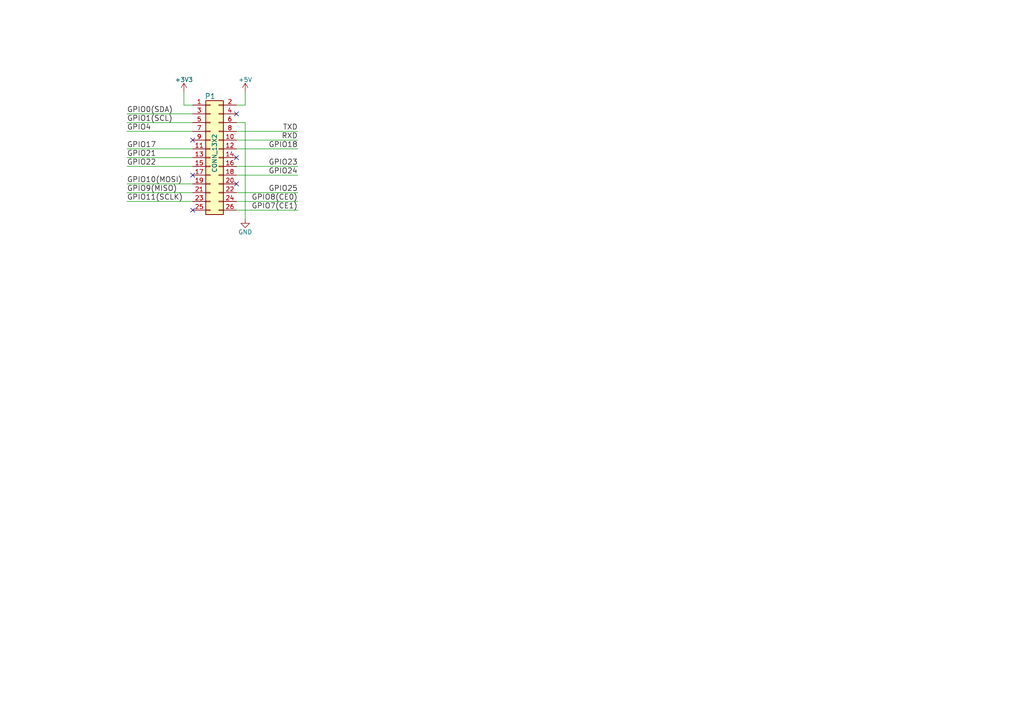
<source format=kicad_sch>
(kicad_sch (version 20230121) (generator eeschema)
  (paper "A4")
  (title_block (date "15 nov 2012"))
  (lib_symbols
    (symbol "Connector_Generic:Conn_02x13_Odd_Even" (pin_names (offset 1.016) hide)
      (property "Reference" "J" (at 1.27 17.78 0))
      (property "Value" "Conn_02x13_Odd_Even" (at 1.27 -17.78 0))
      (symbol "Conn_02x13_Odd_Even_1_1"
        (rectangle (start -1.27 -15.113) (end 0 -15.367) (stroke (width 0.1524)))
        (rectangle (start -1.27 -12.573) (end 0 -12.827) (stroke (width 0.1524)))
        (rectangle (start -1.27 -10.033) (end 0 -10.287) (stroke (width 0.1524)))
        (rectangle (start -1.27 -7.493) (end 0 -7.747) (stroke (width 0.1524)))
        (rectangle (start -1.27 -4.953) (end 0 -5.207) (stroke (width 0.1524)))
        (rectangle (start -1.27 -2.413) (end 0 -2.667) (stroke (width 0.1524)))
        (rectangle (start -1.27 0.127) (end 0 -0.127) (stroke (width 0.1524)))
        (rectangle (start -1.27 2.667) (end 0 2.413) (stroke (width 0.1524)))
        (rectangle (start -1.27 5.207) (end 0 4.953) (stroke (width 0.1524)))
        (rectangle (start -1.27 7.747) (end 0 7.493) (stroke (width 0.1524)))
        (rectangle (start -1.27 10.287) (end 0 10.033) (stroke (width 0.1524)))
        (rectangle (start -1.27 12.827) (end 0 12.573) (stroke (width 0.1524)))
        (rectangle (start -1.27 15.367) (end 0 15.113) (stroke (width 0.1524)))
        (rectangle (start -1.27 16.51) (end 3.81 -16.51) (stroke (width 0.254)) (fill (type background)))
        (rectangle (start 3.81 -15.113) (end 2.54 -15.367) (stroke (width 0.1524)))
        (rectangle (start 3.81 -12.573) (end 2.54 -12.827) (stroke (width 0.1524)))
        (rectangle (start 3.81 -10.033) (end 2.54 -10.287) (stroke (width 0.1524)))
        (rectangle (start 3.81 -7.493) (end 2.54 -7.747) (stroke (width 0.1524)))
        (rectangle (start 3.81 -4.953) (end 2.54 -5.207) (stroke (width 0.1524)))
        (rectangle (start 3.81 -2.413) (end 2.54 -2.667) (stroke (width 0.1524)))
        (rectangle (start 3.81 0.127) (end 2.54 -0.127) (stroke (width 0.1524)))
        (rectangle (start 3.81 2.667) (end 2.54 2.413) (stroke (width 0.1524)))
        (rectangle (start 3.81 5.207) (end 2.54 4.953) (stroke (width 0.1524)))
        (rectangle (start 3.81 7.747) (end 2.54 7.493) (stroke (width 0.1524)))
        (rectangle (start 3.81 10.287) (end 2.54 10.033) (stroke (width 0.1524)))
        (rectangle (start 3.81 12.827) (end 2.54 12.573) (stroke (width 0.1524)))
        (rectangle (start 3.81 15.367) (end 2.54 15.113) (stroke (width 0.1524)))
        (pin passive line (at -5.08 15.24 0) (length 3.81) (name "Pin_1") (number "1"))
        (pin passive line (at 7.62 5.08 180) (length 3.81) (name "Pin_10") (number "10"))
        (pin passive line (at -5.08 2.54 0) (length 3.81) (name "Pin_11") (number "11"))
        (pin passive line (at 7.62 2.54 180) (length 3.81) (name "Pin_12") (number "12"))
        (pin passive line (at -5.08 0 0) (length 3.81) (name "Pin_13") (number "13"))
        (pin passive line (at 7.62 0 180) (length 3.81) (name "Pin_14") (number "14"))
        (pin passive line (at -5.08 -2.54 0) (length 3.81) (name "Pin_15") (number "15"))
        (pin passive line (at 7.62 -2.54 180) (length 3.81) (name "Pin_16") (number "16"))
        (pin passive line (at -5.08 -5.08 0) (length 3.81) (name "Pin_17") (number "17"))
        (pin passive line (at 7.62 -5.08 180) (length 3.81) (name "Pin_18") (number "18"))
        (pin passive line (at -5.08 -7.62 0) (length 3.81) (name "Pin_19") (number "19"))
        (pin passive line (at 7.62 15.24 180) (length 3.81) (name "Pin_2") (number "2"))
        (pin passive line (at 7.62 -7.62 180) (length 3.81) (name "Pin_20") (number "20"))
        (pin passive line (at -5.08 -10.16 0) (length 3.81) (name "Pin_21") (number "21"))
        (pin passive line (at 7.62 -10.16 180) (length 3.81) (name "Pin_22") (number "22"))
        (pin passive line (at -5.08 -12.7 0) (length 3.81) (name "Pin_23") (number "23"))
        (pin passive line (at 7.62 -12.7 180) (length 3.81) (name "Pin_24") (number "24"))
        (pin passive line (at -5.08 -15.24 0) (length 3.81) (name "Pin_25") (number "25"))
        (pin passive line (at 7.62 -15.24 180) (length 3.81) (name "Pin_26") (number "26"))
        (pin passive line (at -5.08 12.7 0) (length 3.81) (name "Pin_3") (number "3"))
        (pin passive line (at 7.62 12.7 180) (length 3.81) (name "Pin_4") (number "4"))
        (pin passive line (at -5.08 10.16 0) (length 3.81) (name "Pin_5") (number "5"))
        (pin passive line (at 7.62 10.16 180) (length 3.81) (name "Pin_6") (number "6"))
        (pin passive line (at -5.08 7.62 0) (length 3.81) (name "Pin_7") (number "7"))
        (pin passive line (at 7.62 7.62 180) (length 3.81) (name "Pin_8") (number "8"))
        (pin passive line (at -5.08 5.08 0) (length 3.81) (name "Pin_9") (number "9"))
      )
    )
    (symbol "power:+3V3" (power) (pin_names (offset 0))
      (property "Value" "+3V3" (at 0 3.556 0))
      (symbol "+3V3_0_1"
        (polyline (pts (xy -0.762 1.27) (xy 0 2.54)))
        (polyline (pts (xy 0 0) (xy 0 2.54)))
        (polyline (pts (xy 0 2.54) (xy 0.762 1.27)))
      )
      (symbol "+3V3_1_1"
        (pin power_in line (at 0 0 90) (length 0) hide (name "+3V3") (number "1"))
      )
    )
    (symbol "power:+5V" (power) (pin_names (offset 0))
      (property "Value" "+5V" (at 0 3.556 0))
      (symbol "+5V_0_1"
        (polyline (pts (xy -0.762 1.27) (xy 0 2.54)))
        (polyline (pts (xy 0 0) (xy 0 2.54)))
        (polyline (pts (xy 0 2.54) (xy 0.762 1.27)))
      )
      (symbol "+5V_1_1"
        (pin power_in line (at 0 0 90) (length 0) hide (name "+5V") (number "1"))
      )
    )
    (symbol "power:GND" (power) (pin_names (offset 0))
      (property "Value" "GND" (at 0 -3.81 0))
      (symbol "GND_0_1"
        (polyline (pts (xy 0 0) (xy 0 -1.27) (xy 1.27 -1.27) (xy 0 -2.54) (xy -1.27 -1.27) (xy 0 -1.27)))
      )
      (symbol "GND_1_1"
        (pin power_in line (at 0 0 270) (length 0) hide (name "GND") (number "1"))
      )
    )
  )
  (no_connect (at 68.58 45.72))
  (no_connect (at 68.58 33.02))
  (no_connect (at 55.88 40.64))
  (no_connect (at 68.58 53.34))
  (no_connect (at 55.88 60.96))
  (no_connect (at 55.88 50.8))
  (wire (pts (xy 55.88 38.1) (xy 36.83 38.1)))
  (wire (pts (xy 55.88 35.56) (xy 36.83 35.56)))
  (wire (pts (xy 68.58 38.1) (xy 86.36 38.1)))
  (wire (pts (xy 71.12 26.67) (xy 71.12 30.48)))
  (wire (pts (xy 55.88 43.18) (xy 36.83 43.18)))
  (wire (pts (xy 68.58 55.88) (xy 86.36 55.88)))
  (wire (pts (xy 68.58 40.64) (xy 86.36 40.64)))
  (wire (pts (xy 71.12 35.56) (xy 68.58 35.56)))
  (wire (pts (xy 55.88 58.42) (xy 36.83 58.42)))
  (wire (pts (xy 68.58 50.8) (xy 86.36 50.8)))
  (wire (pts (xy 68.58 48.26) (xy 86.36 48.26)))
  (wire (pts (xy 53.34 30.48) (xy 55.88 30.48)))
  (wire (pts (xy 68.58 58.42) (xy 86.36 58.42)))
  (wire (pts (xy 53.34 26.67) (xy 53.34 30.48)))
  (wire (pts (xy 68.58 60.96) (xy 86.36 60.96)))
  (wire (pts (xy 55.88 53.34) (xy 36.83 53.34)))
  (wire (pts (xy 71.12 30.48) (xy 68.58 30.48)))
  (wire (pts (xy 55.88 48.26) (xy 36.83 48.26)))
  (wire (pts (xy 55.88 33.02) (xy 36.83 33.02)))
  (wire (pts (xy 68.58 43.18) (xy 86.36 43.18)))
  (wire (pts (xy 55.88 45.72) (xy 36.83 45.72)))
  (wire (pts (xy 55.88 55.88) (xy 36.83 55.88)))
  (wire (pts (xy 71.12 63.5) (xy 71.12 35.56)))
  (label "GPIO22" (at 36.83 48.26 0) (effects (font (size 1.524 1.524))))
  (label "GPIO7(CE1)" (at 86.36 60.96 180) (effects (font (size 1.524 1.524))))
  (label "GPIO10(MOSI)" (at 36.83 53.34 0) (effects (font (size 1.524 1.524))))
  (label "GPIO0(SDA)" (at 36.83 33.02 0) (effects (font (size 1.524 1.524))))
  (label "GPIO17" (at 36.83 43.18 0) (effects (font (size 1.524 1.524))))
  (label "GPIO24" (at 86.36 50.8 180) (effects (font (size 1.524 1.524))))
  (label "GPIO18" (at 86.36 43.18 180) (effects (font (size 1.524 1.524))))
  (label "GPIO4" (at 36.83 38.1 0) (effects (font (size 1.524 1.524))))
  (label "RXD" (at 86.36 40.64 180) (effects (font (size 1.524 1.524))))
  (label "GPIO23" (at 86.36 48.26 180) (effects (font (size 1.524 1.524))))
  (label "GPIO8(CE0)" (at 86.36 58.42 180) (effects (font (size 1.524 1.524))))
  (label "GPIO25" (at 86.36 55.88 180) (effects (font (size 1.524 1.524))))
  (label "GPIO9(MISO)" (at 36.83 55.88 0) (effects (font (size 1.524 1.524))))
  (label "TXD" (at 86.36 38.1 180) (effects (font (size 1.524 1.524))))
  (label "GPIO21" (at 36.83 45.72 0) (effects (font (size 1.524 1.524))))
  (label "GPIO11(SCLK)" (at 36.83 58.42 0) (effects (font (size 1.524 1.524))))
  (label "GPIO1(SCL)" (at 36.83 35.56 0) (effects (font (size 1.524 1.524))))
  (symbol (lib_id "Connector_Generic:Conn_02x13_Odd_Even") (at 60.96 45.72 0) (unit 1)
    (property "Reference" "P1" (at 60.96 27.94 0) (effects (font (size 1.524 1.524))))
    (property "Value" "CONN_13X2" (at 62.23 44.45 90))
    (property "Footprint" "Connector_PinHeader_2.54mm:PinHeader_2x13_P2.54mm_Vertical" (effects hide))
  )
  (symbol (lib_id "power:+3V3") (at 53.34 26.67 0) (unit 1)
    (property "Reference" "#PWR01" (effects hide))
    (property "Value" "+3.3V" (at 53.34 23.114 0))
  )
  (symbol (lib_id "power:+5V") (at 71.12 26.67 0) (unit 1)
    (property "Reference" "#PWR02" (effects hide))
    (property "Value" "+5V" (at 71.12 23.114 0))
  )
  (symbol (lib_id "power:GND") (at 71.12 63.5 0) (unit 1)
    (property "Reference" "#PWR03" (effects hide))
    (property "Value" "GND" (at 71.12 67.31 0))
  )
)
</source>
